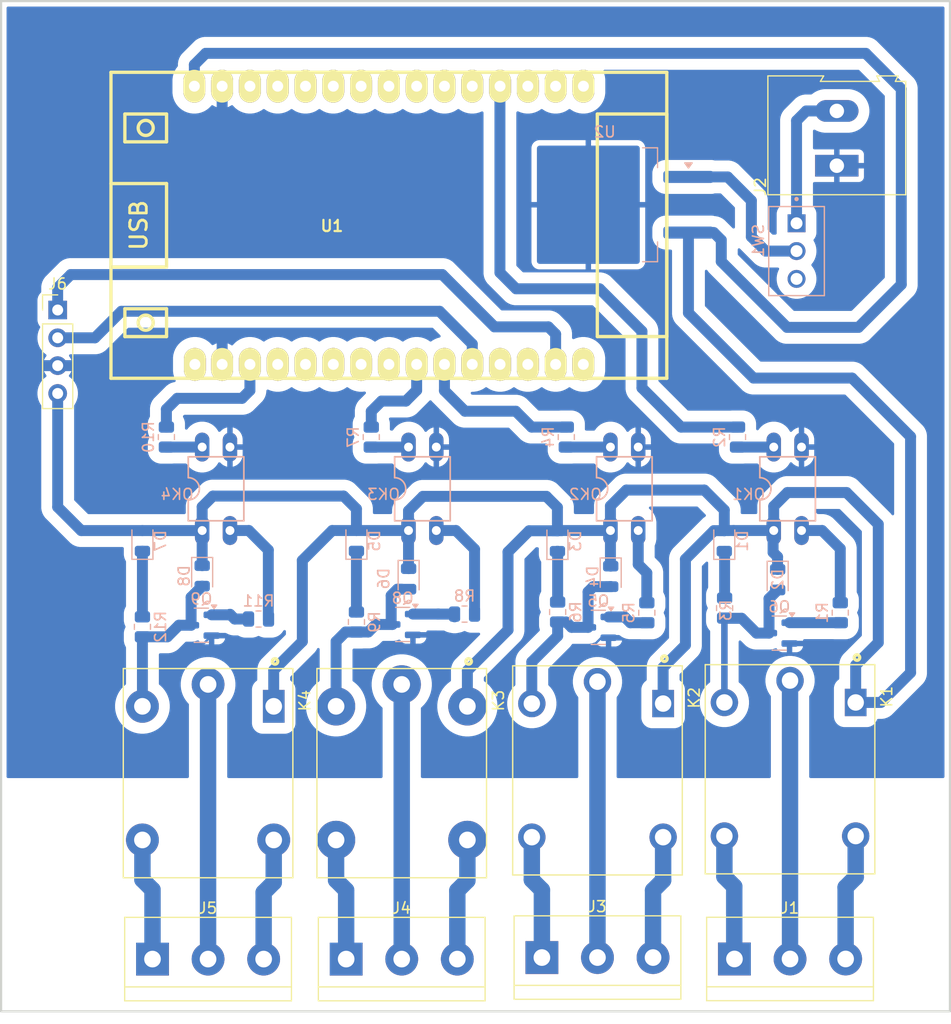
<source format=kicad_pcb>
(kicad_pcb (version 20241229) (generator "pcbnew") (generator_version "9.0")
  (layers (0 "F.Cu" signal) (2 "B.Cu" signal) (13 "F.Paste" user) (15 "B.Paste" user) (5 "F.SilkS" user "F.Silkscreen") (7 "B.SilkS" user "B.Silkscreen") (1 "F.Mask" user) (3 "B.Mask" user) (25 "Edge.Cuts" user))
  (net 0 "")
  (net 1 "+5V")
  (net 2 "COM")
  (net 3 "NO")
  (net 4 "NC")
  (net 5 "Net-(OK1-Pad1)")
  (net 6 "Net-(OK1-Pad3)")
  (net 7 "Net-(D1-K)")
  (net 8 "GND")
  (net 9 "INPUT")
  (net 10 "Net-(D2-A)")
  (net 11 "Net-(D7-K)")
  (net 12 "Net-(D8-A)")
  (net 13 "Net-(SW1A-B)")
  (net 14 "Net-(J2-Pin_2)")
  (net 15 "Net-(D3-K)")
  (net 16 "Net-(D4-A)")
  (net 17 "Net-(OK2-Pad3)")
  (net 18 "Net-(OK2-Pad1)")
  (net 19 "NC1")
  (net 20 "NO1")
  (net 21 "COM1")
  (net 22 "INPUT1")
  (net 23 "Net-(D5-K)")
  (net 24 "Net-(D6-A)")
  (net 25 "COM2")
  (net 26 "NC2")
  (net 27 "NO2")
  (net 28 "Net-(OK3-Pad1)")
  (net 29 "INPUT2")
  (net 30 "Net-(OK3-Pad3)")
  (net 31 "NO3")
  (net 32 "NC3")
  (net 33 "COM3")
  (net 34 "Net-(OK4-Pad1)")
  (net 35 "INPUT3")
  (net 36 "Net-(OK4-Pad3)")
  (net 37 "+3.3V")
  (net 58 "D22")
  (net 59 "D21")
  (net 60 "Net-(Q5-B)")
  (net 61 "Net-(Q6-B)")
  (net 62 "Net-(Q8-B)")
  (net 63 "Net-(Q9-B)")
  (footprint "Connector_PinHeader_2.54mm:PinHeader_1x04_P2.54mm_Vertical" (layer "F.Cu") (at 85.85 91.765)
    (property "Reference" "J6" (at 0 -2.38 0) (layer "F.SilkS"))
    (property "Value" "Conn_01x04")
    (pad "1" thru_hole rect (at 0 0) (size 1.7 1.7) (drill 1) (layers "*.Cu" "*.Mask") (net 58 "D22"))
    (pad "2" thru_hole circle (at 0 2.54) (size 1.7 1.7) (drill 1) (layers "*.Cu" "*.Mask") (net 59 "D21"))
    (pad "3" thru_hole circle (at 0 5.08) (size 1.7 1.7) (drill 1) (layers "*.Cu" "*.Mask") (net 8 "GND"))
    (pad "4" thru_hole circle (at 0 7.62) (size 1.7 1.7) (drill 1) (layers "*.Cu" "*.Mask") (net 1 "+5V"))
  )
  (footprint "TerminalBlock:TerminalBlock_bornier-3_P5.08mm" (layer "F.Cu") (at 112.215 151.03)
    (property "Reference" "J4" (at 5.05 -4.65 0) (layer "F.SilkS"))
    (property "Value" "Screw_Terminal_01x03")
    (pad "1" thru_hole rect (at 0 0) (size 3 3) (drill 1.52) (layers "*.Cu" "*.Mask") (net 27 "NO2"))
    (pad "2" thru_hole circle (at 5.08 0) (size 3 3) (drill 1.52) (layers "*.Cu" "*.Mask") (net 25 "COM2"))
    (pad "3" thru_hole circle (at 10.16 0) (size 3 3) (drill 1.52) (layers "*.Cu" "*.Mask") (net 26 "NC2"))
  )
  (footprint "SRD-05VDC-SL-C:RELAY_SRD-05VDC-SL-C" (layer "F.Cu") (at 135.185 133.8 -90)
    (property "Reference" "K2" (at -6.62563 -8.83584 90) (layer "F.SilkS") (effects (font (size 1.000094 1.000094))))
    (property "Value" "SRD-05VDC-SL-C")
    (pad "A1" thru_hole rect (at -6.1 -6 270) (size 2.5 1.98) (drill 1.5) (layers "*.Cu" "*.Mask") (net 1 "+5V"))
    (pad "A2" thru_hole circle (at -6.1 6 270) (size 2.5 2.5) (drill 1.5) (layers "*.Cu" "*.Mask") (net 16 "Net-(D4-A)"))
    (pad "COM" thru_hole circle (at -8.1 0 270) (size 2.5 2.5) (drill 1.5) (layers "*.Cu" "*.Mask") (net 21 "COM1"))
    (pad "NC" thru_hole circle (at 6.1 -6 270) (size 2.5 2.5) (drill 1.5) (layers "*.Cu" "*.Mask") (net 19 "NC1"))
    (pad "NO" thru_hole circle (at 6.1 6 270) (size 2.5 2.5) (drill 1.5) (layers "*.Cu" "*.Mask") (net 20 "NO1"))
  )
  (footprint "RELAY:RELAY_SRD-05VDC-SL-C" (layer "F.Cu") (at 117.295 134.0525 -90)
    (property "Reference" "K3" (at -6.62563 -8.83584 90) (layer "F.SilkS") (effects (font (size 1.000094 1.000094))))
    (property "Value" "SRD-05VDC-SL-C")
    (pad "A1" thru_hole circle (at -6.1 -6 270) (size 3.5 3.5) (drill 1.52) (layers "*.Cu" "*.Mask") (net 1 "+5V"))
    (pad "A2" thru_hole circle (at -6.1 6 270) (size 3.5 3.5) (drill 1.52) (layers "*.Cu" "*.Mask") (net 24 "Net-(D6-A)"))
    (pad "COM" thru_hole circle (at -8.1 0 270) (size 3.5 3.5) (drill 1.52) (layers "*.Cu" "*.Mask") (net 25 "COM2"))
    (pad "NC" thru_hole circle (at 6.1 -6 270) (size 3.5 3.5) (drill 1.52) (layers "*.Cu" "*.Mask") (net 26 "NC2"))
    (pad "NO" thru_hole circle (at 6.1 6 270) (size 3.5 3.5) (drill 1.52) (layers "*.Cu" "*.Mask") (net 27 "NO2"))
  )
  (footprint "SRD-05VDC-SL-C:RELAY_SRD-05VDC-SL-C" (layer "F.Cu") (at 152.785 133.69875 -90)
    (property "Reference" "K1" (at -6.62563 -8.83584 90) (layer "F.SilkS") (effects (font (size 1.000094 1.000094))))
    (property "Value" "SRD-05VDC-SL-C")
    (pad "A1" thru_hole rect (at -6.1 -6 270) (size 2.5 1.98) (drill 1.5) (layers "*.Cu" "*.Mask") (net 1 "+5V"))
    (pad "A2" thru_hole circle (at -6.1 6 270) (size 2.5 2.5) (drill 1.5) (layers "*.Cu" "*.Mask") (net 10 "Net-(D2-A)"))
    (pad "COM" thru_hole circle (at -8.1 0 270) (size 2.5 2.5) (drill 1.5) (layers "*.Cu" "*.Mask") (net 2 "COM"))
    (pad "NC" thru_hole circle (at 6.1 -6 270) (size 2.5 2.5) (drill 1.5) (layers "*.Cu" "*.Mask") (net 4 "NC"))
    (pad "NO" thru_hole circle (at 6.1 6 270) (size 2.5 2.5) (drill 1.5) (layers "*.Cu" "*.Mask") (net 3 "NO"))
  )
  (footprint "TerminalBlock:TerminalBlock_bornier-3_P5.08mm" (layer "F.Cu") (at 94.515 151.03)
    (property "Reference" "J5" (at 5.05 -4.65 0) (layer "F.SilkS"))
    (property "Value" "Screw_Terminal_01x03")
    (pad "1" thru_hole rect (at 0 0) (size 3 3) (drill 1.52) (layers "*.Cu" "*.Mask") (net 31 "NO3"))
    (pad "2" thru_hole circle (at 5.08 0) (size 3 3) (drill 1.52) (layers "*.Cu" "*.Mask") (net 33 "COM3"))
    (pad "3" thru_hole circle (at 10.16 0) (size 3 3) (drill 1.52) (layers "*.Cu" "*.Mask") (net 32 "NC3"))
  )
  (footprint "EESTN5:ESP32_DevKit_V1_CH9102X" (layer "F.Cu") (at 117.39 84.03 180)
    (property "Reference" "U1" (at 6.477 -0.0635 0) (layer "F.SilkS") (effects (font (size 1.016 1.016) (thickness 0.2032))))
    (property "Value" "~" (hide yes))
    (fp_text user "USB" (at 24.13 0 90) (layer "F.SilkS") (effects (font (size 1.524 1.524) (thickness 0.254))))
    (pad "1" thru_hole oval (at -16.51 12.7 180) (size 2 3) (drill 1) (layers "*.Cu" "*.Mask" "F.SilkS"))
    (pad "2" thru_hole oval (at -13.97 12.7 180) (size 2 3) (drill 1) (layers "*.Cu" "*.Mask" "F.SilkS"))
    (pad "3" thru_hole oval (at -11.43 12.7 180) (size 2 3) (drill 1) (layers "*.Cu" "*.Mask" "F.SilkS"))
    (pad "4" thru_hole oval (at -8.89 12.7 180) (size 2 3) (drill 1) (layers "*.Cu" "*.Mask" "F.SilkS") (net 9 "INPUT"))
    (pad "5" thru_hole oval (at -6.35 12.7 180) (size 2 3) (drill 1) (layers "*.Cu" "*.Mask" "F.SilkS"))
    (pad "6" thru_hole oval (at -3.81 12.7 180) (size 2 3) (drill 1) (layers "*.Cu" "*.Mask" "F.SilkS"))
    (pad "7" thru_hole oval (at -1.27 12.7 180) (size 2 3) (drill 1) (layers "*.Cu" "*.Mask" "F.SilkS"))
    (pad "8" thru_hole oval (at 1.27 12.7 180) (size 2 3) (drill 1) (layers "*.Cu" "*.Mask" "F.SilkS"))
    (pad "9" thru_hole oval (at 3.81 12.7 180) (size 2 3) (drill 1) (layers "*.Cu" "*.Mask" "F.SilkS"))
    (pad "10" thru_hole oval (at 6.35 12.7 180) (size 2 3) (drill 1) (layers "*.Cu" "*.Mask" "F.SilkS"))
    (pad "11" thru_hole oval (at 8.89 12.7 180) (size 2 3) (drill 1) (layers "*.Cu" "*.Mask" "F.SilkS"))
    (pad "12" thru_hole oval (at 11.43 12.7 180) (size 2 3) (drill 1) (layers "*.Cu" "*.Mask" "F.SilkS"))
    (pad "13" thru_hole oval (at 13.97 12.7 180) (size 2 3) (drill 1) (layers "*.Cu" "*.Mask" "F.SilkS"))
    (pad "14" thru_hole oval (at 16.51 12.7 180) (size 2 3) (drill 1) (layers "*.Cu" "*.Mask" "F.SilkS") (net 8 "GND"))
    (pad "15" thru_hole oval (at 19.05 12.7 180) (size 2 3) (drill 1) (layers "*.Cu" "*.Mask" "F.SilkS") (net 1 "+5V"))
    (pad "16" thru_hole oval (at -16.5 -12.7 180) (size 2 3) (drill 1) (layers "*.Cu" "*.Mask" "F.SilkS"))
    (pad "17" thru_hole oval (at -13.97 -12.7 180) (size 2 3) (drill 1) (layers "*.Cu" "*.Mask" "F.SilkS") (net 58 "D22"))
    (pad "18" thru_hole oval (at -11.43 -12.7 180) (size 2 3) (drill 1) (layers "*.Cu" "*.Mask" "F.SilkS"))
    (pad "19" thru_hole oval (at -8.89 -12.7 180) (size 2 3) (drill 1) (layers "*.Cu" "*.Mask" "F.SilkS"))
    (pad "20" thru_hole oval (at -6.35 -12.7 180) (size 2 3) (drill 1) (layers "*.Cu" "*.Mask" "F.SilkS") (net 59 "D21"))
    (pad "21" thru_hole oval (at -3.81 -12.7 180) (size 2 3) (drill 1) (layers "*.Cu" "*.Mask" "F.SilkS") (net 22 "INPUT1"))
    (pad "22" thru_hole oval (at -1.27 -12.7 180) (size 2 3) (drill 1) (layers "*.Cu" "*.Mask" "F.SilkS") (net 29 "INPUT2"))
    (pad "23" thru_hole oval (at 1.27 -12.7 180) (size 2 3) (drill 1) (layers "*.Cu" "*.Mask" "F.SilkS"))
    (pad "24" thru_hole oval (at 3.81 -12.7 180) (size 2 3) (drill 1) (layers "*.Cu" "*.Mask" "F.SilkS"))
    (pad "25" thru_hole oval (at 6.35 -12.7 180) (size 2 3) (drill 1) (layers "*.Cu" "*.Mask" "F.SilkS"))
    (pad "26" thru_hole oval (at 8.89 -12.7 180) (size 2 3) (drill 1) (layers "*.Cu" "*.Mask" "F.SilkS"))
    (pad "27" thru_hole oval (at 11.43 -12.7 180) (size 2 3) (drill 1) (layers "*.Cu" "*.Mask" "F.SilkS"))
    (pad "28" thru_hole oval (at 13.97 -12.7 180) (size 2 3) (drill 1) (layers "*.Cu" "*.Mask" "F.SilkS") (net 35 "INPUT3"))
    (pad "29" thru_hole oval (at 16.51 -12.7 180) (size 2 3) (drill 1) (layers "*.Cu" "*.Mask" "F.SilkS") (net 8 "GND"))
    (pad "30" thru_hole oval (at 19 -12.7 180) (size 2 3) (drill 1) (layers "*.Cu" "*.Mask" "F.SilkS") (net 37 "+3.3V"))
  )
  (footprint "TerminalBlock:TerminalBlock_bornier-3_P5.08mm" (layer "F.Cu") (at 147.705 151.02)
    (property "Reference" "J1" (at 5.05 -4.65 0) (layer "F.SilkS"))
    (property "Value" "Screw_Terminal_01x03")
    (pad "1" thru_hole rect (at 0 0) (size 3 3) (drill 1.52) (layers "*.Cu" "*.Mask") (net 3 "NO"))
    (pad "2" thru_hole circle (at 5.08 0) (size 3 3) (drill 1.52) (layers "*.Cu" "*.Mask") (net 2 "COM"))
    (pad "3" thru_hole circle (at 10.16 0) (size 3 3) (drill 1.52) (layers "*.Cu" "*.Mask") (net 4 "NC"))
  )
  (footprint "RELAY_SRD-05VDC-SL-C:RELAY_SRD-05VDC-SL-C" (layer "F.Cu") (at 99.595 134.0525 -90)
    (property "Reference" "K4" (at -6.62563 -8.83584 90) (layer "F.SilkS") (effects (font (size 1.000094 1.000094))))
    (property "Value" "SRD-05VDC-SL-C")
    (pad "A1" thru_hole rect (at -6.1 -6 270) (size 3 1.98) (drill 1.52) (layers "*.Cu" "*.Mask") (net 1 "+5V"))
    (pad "A2" thru_hole circle (at -6.1 6 270) (size 3 3) (drill 1.52) (layers "*.Cu" "*.Mask") (net 12 "Net-(D8-A)"))
    (pad "COM" thru_hole circle (at -8.1 0 270) (size 3 3) (drill 1.52) (layers "*.Cu" "*.Mask") (net 33 "COM3"))
    (pad "NC" thru_hole circle (at 6.1 -6 270) (size 3 3) (drill 1.52) (layers "*.Cu" "*.Mask") (net 32 "NC3"))
    (pad "NO" thru_hole circle (at 6.1 6 270) (size 3 3) (drill 1.52) (layers "*.Cu" "*.Mask") (net 31 "NO3"))
  )
  (footprint "TerminalBlock:TerminalBlock_bornier-3_P5.08mm" (layer "F.Cu") (at 130.105 150.89)
    (property "Reference" "J3" (at 5.05 -4.65 0) (layer "F.SilkS"))
    (property "Value" "Screw_Terminal_01x03")
    (pad "1" thru_hole rect (at 0 0) (size 3 3) (drill 1.52) (layers "*.Cu" "*.Mask") (net 20 "NO1"))
    (pad "2" thru_hole circle (at 5.08 0) (size 3 3) (drill 1.52) (layers "*.Cu" "*.Mask") (net 21 "COM1"))
    (pad "3" thru_hole circle (at 10.16 0) (size 3 3) (drill 1.52) (layers "*.Cu" "*.Mask") (net 19 "NC1"))
  )
  (footprint "TerminalBlock:TerminalBlock_Altech_AK300-2_P5.00mm" (layer "F.Cu") (at 157.06 78.59 90)
    (property "Reference" "J2" (at -1.92 -6.99 90) (layer "F.SilkS"))
    (property "Value" "ENTRADA")
    (pad "1" thru_hole rect (at 0 0 90) (size 1.98 3.96) (drill 1.32) (layers "*.Cu" "*.Mask") (net 8 "GND"))
    (pad "2" thru_hole oval (at 5 0 90) (size 1.98 3.96) (drill 1.32) (layers "*.Cu" "*.Mask") (net 14 "Net-(J2-Pin_2)"))
  )
  (footprint "LED_SMD:LED_0805_2012Metric" (layer "B.Cu") (at 131.525 112.86 90)
    (property "Reference" "D3" (at 0 1.65 90) (layer "B.SilkS") (effects (justify mirror)))
    (property "Value" "LED")
    (pad "1" smd roundrect (at -0.9375 0 90) (size 0.975 1.4) (layers "B.Cu" "B.Mask" "B.Paste") (net 15 "Net-(D3-K)"))
    (pad "2" smd roundrect (at 0.9375 0 90) (size 0.975 1.4) (layers "B.Cu" "B.Mask" "B.Paste") (net 1 "+5V"))
  )
  (footprint "Resistor_SMD:R_0805_2012Metric" (layer "B.Cu") (at 139.695 119.4075 -90)
    (property "Reference" "R5" (at 0 1.65 90) (layer "B.SilkS") (effects (justify mirror)))
    (property "Value" "1K")
    (pad "1" smd roundrect (at -0.9125 0 270) (size 1.025 1.4) (layers "B.Cu" "B.Mask" "B.Paste") (roundrect_rratio 0.243902) (net 17 "Net-(OK2-Pad3)"))
    (pad "2" smd roundrect (at 0.9125 0 270) (size 1.025 1.4) (layers "B.Cu" "B.Mask" "B.Paste") (roundrect_rratio 0.243902) (net 60 "Net-(Q5-B)"))
  )
  (footprint "DIL04:DIL04" (layer "B.Cu") (at 119.185 108.09)
    (property "Reference" "OK3" (at -3.55644 0.50807 0) (layer "B.SilkS") (effects (font (size 1.000126 1.000126)) (justify mirror)))
    (property "Value" "PC814")
    (pad "1" thru_hole oval (at -1.27 -3.81) (size 1.3208 2.6416) (drill 0.8128) (layers "*.Cu" "*.Mask") (net 28 "Net-(OK3-Pad1)"))
    (pad "2" thru_hole oval (at 1.27 -3.81) (size 1.3208 2.6416) (drill 0.8128) (layers "*.Cu" "*.Mask") (net 8 "GND"))
    (pad "3" thru_hole oval (at 1.27 3.81) (size 1.3208 2.6416) (drill 0.8128) (layers "*.Cu" "*.Mask") (net 30 "Net-(OK3-Pad3)"))
    (pad "4" thru_hole oval (at -1.27 3.81) (size 1.3208 2.6416) (drill 0.8128) (layers "*.Cu" "*.Mask") (net 1 "+5V"))
  )
  (footprint "Package_TO_SOT_SMD:TO-263-2" (layer "B.Cu") (at 135.85 82.155 180)
    (property "Reference" "U2" (at 0 6.65 0) (layer "B.SilkS") (effects (justify mirror)))
    (property "Value" "L7805")
    (pad "1" smd roundrect (at -7.65 2.54 180) (size 4.6 1.1) (layers "B.Cu" "B.Mask" "B.Paste") (roundrect_rratio 0.227273) (net 13 "Net-(SW1A-B)"))
    (pad "2" smd roundrect (at 1.5 0 180) (size 9.4 10.8) (layers "B.Cu" "B.Mask") (roundrect_rratio 0.026596) (net 8 "GND"))
    (pad "3" smd roundrect (at -7.65 -2.54 180) (size 4.6 1.1) (layers "B.Cu" "B.Mask" "B.Paste") (roundrect_rratio 0.227273) (net 1 "+5V"))
  )
  (footprint "Resistor_SMD:R_0805_2012Metric" (layer "B.Cu") (at 147.985 103.3675 -90)
    (property "Reference" "R2" (at 0 1.65 90) (layer "B.SilkS") (effects (justify mirror)))
    (property "Value" "220R")
    (pad "1" smd roundrect (at -0.9125 0 270) (size 1.025 1.4) (layers "B.Cu" "B.Mask" "B.Paste") (roundrect_rratio 0.243902) (net 9 "INPUT"))
    (pad "2" smd roundrect (at 0.9125 0 270) (size 1.025 1.4) (layers "B.Cu" "B.Mask" "B.Paste") (roundrect_rratio 0.243902) (net 5 "Net-(OK1-Pad1)"))
  )
  (footprint "Resistor_SMD:R_0805_2012Metric" (layer "B.Cu") (at 93.595 120.6925 90)
    (property "Reference" "R12" (at 0 1.65 90) (layer "B.SilkS") (effects (justify mirror)))
    (property "Value" "220R")
    (pad "1" smd roundrect (at -0.9125 0 90) (size 1.025 1.4) (layers "B.Cu" "B.Mask" "B.Paste") (roundrect_rratio 0.243902) (net 12 "Net-(D8-A)"))
    (pad "2" smd roundrect (at 0.9125 0 90) (size 1.025 1.4) (layers "B.Cu" "B.Mask" "B.Paste") (roundrect_rratio 0.243902) (net 11 "Net-(D7-K)"))
  )
  (footprint "DIL04:DIL04" (layer "B.Cu") (at 100.325 108.09)
    (property "Reference" "OK4" (at -3.55644 0.50807 0) (layer "B.SilkS") (effects (font (size 1.000126 1.000126)) (justify mirror)))
    (property "Value" "PC814")
    (pad "1" thru_hole oval (at -1.27 -3.81) (size 1.3208 2.6416) (drill 0.8128) (layers "*.Cu" "*.Mask") (net 34 "Net-(OK4-Pad1)"))
    (pad "2" thru_hole oval (at 1.27 -3.81) (size 1.3208 2.6416) (drill 0.8128) (layers "*.Cu" "*.Mask") (net 8 "GND"))
    (pad "3" thru_hole oval (at 1.27 3.81) (size 1.3208 2.6416) (drill 0.8128) (layers "*.Cu" "*.Mask") (net 36 "Net-(OK4-Pad3)"))
    (pad "4" thru_hole oval (at -1.27 3.81) (size 1.3208 2.6416) (drill 0.8128) (layers "*.Cu" "*.Mask") (net 1 "+5V"))
  )
  (footprint "Package_TO_SOT_SMD:SOT-23" (layer "B.Cu") (at 117.38 120.4775 180)
    (property "Reference" "Q8" (at 0 2.4 0) (layer "B.SilkS") (effects (justify mirror)))
    (property "Value" "MMBT2222A")
    (pad "1" smd roundrect (at -0.9375 0.95 180) (size 1.475 0.6) (layers "B.Cu" "B.Mask" "B.Paste") (net 62 "Net-(Q8-B)"))
    (pad "2" smd roundrect (at -0.9375 -0.95 180) (size 1.475 0.6) (layers "B.Cu" "B.Mask" "B.Paste") (net 8 "GND"))
    (pad "3" smd roundrect (at 0.9375 0 180) (size 1.475 0.6) (layers "B.Cu" "B.Mask" "B.Paste") (net 24 "Net-(D6-A)"))
  )
  (footprint "PC814:DIL04" (layer "B.Cu") (at 137.64 108.09)
    (property "Reference" "OK2" (at -3.55644 0.50807 0) (layer "B.SilkS") (effects (font (size 1.000126 1.000126)) (justify mirror)))
    (property "Value" "PC814")
    (pad "1" thru_hole oval (at -1.27 -3.81) (size 1.3208 2.6416) (drill 0.8128) (layers "*.Cu" "*.Mask") (net 18 "Net-(OK2-Pad1)"))
    (pad "2" thru_hole oval (at 1.27 -3.81) (size 1.3208 2.6416) (drill 0.8128) (layers "*.Cu" "*.Mask") (net 8 "GND"))
    (pad "3" thru_hole oval (at 1.27 3.81) (size 1.3208 2.6416) (drill 0.8128) (layers "*.Cu" "*.Mask") (net 17 "Net-(OK2-Pad3)"))
    (pad "4" thru_hole oval (at -1.27 3.81) (size 1.3208 2.6416) (drill 0.8128) (layers "*.Cu" "*.Mask") (net 1 "+5V"))
  )
  (footprint "Resistor_SMD:R_0805_2012Metric" (layer "B.Cu") (at 104.2075 119.98 180)
    (property "Reference" "R11" (at 0 1.65 0) (layer "B.SilkS") (effects (justify mirror)))
    (property "Value" "1K")
    (pad "1" smd roundrect (at -0.9125 0 180) (size 1.025 1.4) (layers "B.Cu" "B.Mask" "B.Paste") (roundrect_rratio 0.243902) (net 36 "Net-(OK4-Pad3)"))
    (pad "2" smd roundrect (at 0.9125 0 180) (size 1.025 1.4) (layers "B.Cu" "B.Mask" "B.Paste") (roundrect_rratio 0.243902) (net 63 "Net-(Q9-B)"))
  )
  (footprint "Package_TO_SOT_SMD:SOT-23" (layer "B.Cu") (at 98.98 120.5475 180)
    (property "Reference" "Q9" (at 0 2.4 0) (layer "B.SilkS") (effects (justify mirror)))
    (property "Value" "MMBT2222A")
    (pad "1" smd roundrect (at -0.9375 0.95 180) (size 1.475 0.6) (layers "B.Cu" "B.Mask" "B.Paste") (net 63 "Net-(Q9-B)"))
    (pad "2" smd roundrect (at -0.9375 -0.95 180) (size 1.475 0.6) (layers "B.Cu" "B.Mask" "B.Paste") (net 8 "GND"))
    (pad "3" smd roundrect (at 0.9375 0 180) (size 1.475 0.6) (layers "B.Cu" "B.Mask" "B.Paste") (net 12 "Net-(D8-A)"))
  )
  (footprint "Package_TO_SOT_SMD:SOT-23" (layer "B.Cu") (at 151.8025 121.265 180)
    (property "Reference" "Q6" (at 0 2.4 0) (layer "B.SilkS") (effects (justify mirror)))
    (property "Value" "MMBT2222A")
    (pad "1" smd roundrect (at -0.9375 0.95 180) (size 1.475 0.6) (layers "B.Cu" "B.Mask" "B.Paste") (net 61 "Net-(Q6-B)"))
    (pad "2" smd roundrect (at -0.9375 -0.95 180) (size 1.475 0.6) (layers "B.Cu" "B.Mask" "B.Paste") (net 8 "GND"))
    (pad "3" smd roundrect (at 0.9375 0 180) (size 1.475 0.6) (layers "B.Cu" "B.Mask" "B.Paste") (net 10 "Net-(D2-A)"))
  )
  (footprint "Resistor_SMD:R_0805_2012Metric" (layer "B.Cu") (at 157.375 119.4025 -90)
    (property "Reference" "R1" (at 0 1.65 90) (layer "B.SilkS") (effects (justify mirror)))
    (property "Value" "1K")
    (pad "1" smd roundrect (at -0.9125 0 270) (size 1.025 1.4) (layers "B.Cu" "B.Mask" "B.Paste") (roundrect_rratio 0.243902) (net 6 "Net-(OK1-Pad3)"))
    (pad "2" smd roundrect (at 0.9125 0 270) (size 1.025 1.4) (layers "B.Cu" "B.Mask" "B.Paste") (roundrect_rratio 0.243902) (net 61 "Net-(Q6-B)"))
  )
  (footprint "Resistor_SMD:R_0805_2012Metric" (layer "B.Cu") (at 113.155 120.2525 90)
    (property "Reference" "R9" (at 0 1.65 90) (layer "B.SilkS") (effects (justify mirror)))
    (property "Value" "220R")
    (pad "1" smd roundrect (at -0.9125 0 90) (size 1.025 1.4) (layers "B.Cu" "B.Mask" "B.Paste") (roundrect_rratio 0.243902) (net 24 "Net-(D6-A)"))
    (pad "2" smd roundrect (at 0.9125 0 90) (size 1.025 1.4) (layers "B.Cu" "B.Mask" "B.Paste") (roundrect_rratio 0.243902) (net 23 "Net-(D5-K)"))
  )
  (footprint "Resistor_SMD:R_0805_2012Metric" (layer "B.Cu") (at 114.51 103.3675 -90)
    (property "Reference" "R7" (at 0 1.65 90) (layer "B.SilkS") (effects (justify mirror)))
    (property "Value" "220R")
    (pad "1" smd roundrect (at -0.9125 0 270) (size 1.025 1.4) (layers "B.Cu" "B.Mask" "B.Paste") (roundrect_rratio 0.243902) (net 29 "INPUT2"))
    (pad "2" smd roundrect (at 0.9125 0 270) (size 1.025 1.4) (layers "B.Cu" "B.Mask" "B.Paste") (roundrect_rratio 0.243902) (net 28 "Net-(OK3-Pad1)"))
  )
  (footprint "LED_SMD:LED_0805_2012Metric" (layer "B.Cu") (at 93.595 112.8425 90)
    (property "Reference" "D7" (at 0 1.65 90) (layer "B.SilkS") (effects (justify mirror)))
    (property "Value" "LED")
    (pad "1" smd roundrect (at -0.9375 0 90) (size 0.975 1.4) (layers "B.Cu" "B.Mask" "B.Paste") (net 11 "Net-(D7-K)"))
    (pad "2" smd roundrect (at 0.9375 0 90) (size 0.975 1.4) (layers "B.Cu" "B.Mask" "B.Paste") (net 1 "+5V"))
  )
  (footprint "Diode_SMD:D_0805_2012Metric" (layer "B.Cu") (at 117.925 116.3175 -90)
    (property "Reference" "D6" (at -0.025 2.28 90) (layer "B.SilkS") (effects (justify mirror)))
    (property "Value" "1N4007")
    (pad "1" smd roundrect (at -0.9375 0 270) (size 0.975 1.4) (layers "B.Cu" "B.Mask" "B.Paste") (net 1 "+5V"))
    (pad "2" smd roundrect (at 0.9375 0 270) (size 0.975 1.4) (layers "B.Cu" "B.Mask" "B.Paste") (net 24 "Net-(D6-A)"))
  )
  (footprint "Diode_SMD:D_0805_2012Metric" (layer "B.Cu") (at 151.655 116.39 -90)
    (property "Reference" "D2" (at -0.02 0 90) (layer "B.SilkS") (effects (justify mirror)))
    (property "Value" "1N4007")
    (pad "1" smd roundrect (at -0.9375 0 270) (size 0.975 1.4) (layers "B.Cu" "B.Mask" "B.Paste") (net 1 "+5V"))
    (pad "2" smd roundrect (at 0.9375 0 270) (size 0.975 1.4) (layers "B.Cu" "B.Mask" "B.Paste") (net 10 "Net-(D2-A)"))
  )
  (footprint "LED_SMD:LED_0805_2012Metric" (layer "B.Cu") (at 113.155 112.8375 90)
    (property "Reference" "D5" (at 0 1.65 90) (layer "B.SilkS") (effects (justify mirror)))
    (property "Value" "LED")
    (pad "1" smd roundrect (at -0.9375 0 90) (size 0.975 1.4) (layers "B.Cu" "B.Mask" "B.Paste") (net 23 "Net-(D5-K)"))
    (pad "2" smd roundrect (at 0.9375 0 90) (size 0.975 1.4) (layers "B.Cu" "B.Mask" "B.Paste") (net 1 "+5V"))
  )
  (footprint "LED_SMD:LED_0805_2012Metric" (layer "B.Cu") (at 146.775 112.85 90)
    (property "Reference" "D1" (at 0 1.65 90) (layer "B.SilkS") (effects (justify mirror)))
    (property "Value" "LED")
    (pad "1" smd roundrect (at -0.9375 0 90) (size 0.975 1.4) (layers "B.Cu" "B.Mask" "B.Paste") (net 7 "Net-(D1-K)"))
    (pad "2" smd roundrect (at 0.9375 0 90) (size 0.975 1.4) (layers "B.Cu" "B.Mask" "B.Paste") (net 1 "+5V"))
  )
  (footprint "Resistor_SMD:R_0805_2012Metric" (layer "B.Cu") (at 95.785 103.3675 -90)
    (property "Reference" "R10" (at 0 1.65 90) (layer "B.SilkS") (effects (justify mirror)))
    (property "Value" "220R")
    (pad "1" smd roundrect (at -0.9125 0 270) (size 1.025 1.4) (layers "B.Cu" "B.Mask" "B.Paste") (roundrect_rratio 0.243902) (net 35 "INPUT3"))
    (pad "2" smd roundrect (at 0.9125 0 270) (size 1.025 1.4) (layers "B.Cu" "B.Mask" "B.Paste") (roundrect_rratio 0.243902) (net 34 "Net-(OK4-Pad1)"))
  )
  (footprint "Resistor_SMD:R_0805_2012Metric" (layer "B.Cu") (at 146.805 118.9825 90)
    (property "Reference" "R3" (at -0.2075 0.11 90) (layer "B.SilkS") (effects (justify mirror)))
    (property "Value" "220R")
    (pad "1" smd roundrect (at -0.9125 0 90) (size 1.025 1.4) (layers "B.Cu" "B.Mask" "B.Paste") (roundrect_rratio 0.243902) (net 10 "Net-(D2-A)"))
    (pad "2" smd roundrect (at 0.9125 0 90) (size 1.025 1.4) (layers "B.Cu" "B.Mask" "B.Paste") (roundrect_rratio 0.243902) (net 7 "Net-(D1-K)"))
  )
  (footprint "Diode_SMD:D_0805_2012Metric" (layer "B.Cu") (at 99.055 116.0425 -90)
    (property "Reference" "D8" (at 0 1.65 90) (layer "B.SilkS") (effects (justify mirror)))
    (property "Value" "1N4007")
    (pad "1" smd roundrect (at -0.9375 0 270) (size 0.975 1.4) (layers "B.Cu" "B.Mask" "B.Paste") (net 1 "+5V"))
    (pad "2" smd roundrect (at 0.9375 0 270) (size 0.975 1.4) (layers "B.Cu" "B.Mask" "B.Paste") (net 12 "Net-(D8-A)"))
  )
  (footprint "Diode_SMD:D_0805_2012Metric" (layer "B.Cu") (at 136.395 116.0875 -90)
    (property "Reference" "D4" (at 0 1.65 90) (layer "B.SilkS") (effects (justify mirror)))
    (property "Value" "1N4007")
    (pad "1" smd roundrect (at -0.9375 0 270) (size 0.975 1.4) (layers "B.Cu" "B.Mask" "B.Paste") (net 1 "+5V"))
    (pad "2" smd roundrect (at 0.9375 0 270) (size 0.975 1.4) (layers "B.Cu" "B.Mask" "B.Paste") (net 16 "Net-(D4-A)"))
  )
  (footprint "Resistor_SMD:R_0805_2012Metric" (layer "B.Cu") (at 132.335 103.3675 -90)
    (property "Reference" "R4" (at 0 1.65 90) (layer "B.SilkS") (effects (justify mirror)))
    (property "Value" "220R")
    (pad "1" smd roundrect (at -0.9125 0 270) (size 1.025 1.4) (layers "B.Cu" "B.Mask" "B.Paste") (roundrect_rratio 0.243902) (net 22 "INPUT1"))
    (pad "2" smd roundrect (at 0.9125 0 270) (size 1.025 1.4) (layers "B.Cu" "B.Mask" "B.Paste") (roundrect_rratio 0.243902) (net 18 "Net-(OK2-Pad1)"))
  )
  (footprint "Package_TO_SOT_SMD:SOT-23" (layer "B.Cu") (at 135.2625 120.74 180)
    (property "Reference" "Q5" (at 0 2.4 0) (layer "B.SilkS") (effects (justify mirror)))
    (property "Value" "MMBT2222A")
    (pad "1" smd roundrect (at -0.9375 0.95 180) (size 1.475 0.6) (layers "B.Cu" "B.Mask" "B.Paste") (net 60 "Net-(Q5-B)"))
    (pad "2" smd roundrect (at -0.9375 -0.95 180) (size 1.475 0.6) (layers "B.Cu" "B.Mask" "B.Paste") (net 8 "GND"))
    (pad "3" smd roundrect (at 0.9375 0 180) (size 1.475 0.6) (layers "B.Cu" "B.Mask" "B.Paste") (net 16 "Net-(D4-A)"))
  )
  (footprint "PC814:DIL04" (layer "B.Cu") (at 152.565 108.09)
    (property "Reference" "OK1" (at -3.55644 0.50807 0) (layer "B.SilkS") (effects (font (size 1.000126 1.000126)) (justify mirror)))
    (property "Value" "PC814")
    (pad "1" thru_hole oval (at -1.27 -3.81) (size 1.3208 2.6416) (drill 0.8128) (layers "*.Cu" "*.Mask") (net 5 "Net-(OK1-Pad1)"))
    (pad "2" thru_hole oval (at 1.27 -3.81) (size 1.3208 2.6416) (drill 0.8128) (layers "*.Cu" "*.Mask") (net 8 "GND"))
    (pad "3" thru_hole oval (at 1.27 3.81) (size 1.3208 2.6416) (drill 0.8128) (layers "*.Cu" "*.Mask") (net 6 "Net-(OK1-Pad3)"))
    (pad "4" thru_hole oval (at -1.27 3.81) (size 1.3208 2.6416) (drill 0.8128) (layers "*.Cu" "*.Mask") (net 1 "+5V"))
  )
  (footprint "Resistor_SMD:R_0805_2012Metric" (layer "B.Cu") (at 131.545 119.3425 90)
    (property "Reference" "R6" (at 0 1.65 90) (layer "B.SilkS") (effects (justify mirror)))
    (property "Value" "220R")
    (pad "1" smd roundrect (at -0.9125 0 90) (size 1.025 1.4) (layers "B.Cu" "B.Mask" "B.Paste") (roundrect_rratio 0.243902) (net 16 "Net-(D4-A)"))
    (pad "2" smd roundrect (at 0.9125 0 90) (size 1.025 1.4) (layers "B.Cu" "B.Mask" "B.Paste") (roundrect_rratio 0.243902) (net 15 "Net-(D3-K)"))
  )
  (footprint "2MS1T1B1M2QES:SW_2MS1T1B1M2QES-5" (layer "B.Cu") (at 153.38 86.385 -90)
    (property "Reference" "SW1" (at -0.9525 3.4925 90) (layer "B.SilkS") (effects (justify mirror)))
    (property "Value" "SW_DPST_x2")
    (pad "1" thru_hole rect (at -2.54 0 270) (size 1.635 1.635) (drill 1.09) (layers "*.Cu" "*.Mask") (net 14 "Net-(J2-Pin_2)"))
    (pad "2" thru_hole circle (at 0 0 270) (size 1.635 1.635) (drill 1.09) (layers "*.Cu" "*.Mask") (net 13 "Net-(SW1A-B)"))
    (pad "3" thru_hole circle (at 2.54 0 270) (size 1.635 1.635) (drill 1.09) (layers "*.Cu" "*.Mask"))
  )
  (footprint "Resistor_SMD:R_0805_2012Metric" (layer "B.Cu") (at 123.0375 119.53 180)
    (property "Reference" "R8" (at 0 1.65 0) (layer "B.SilkS") (effects (justify mirror)))
    (property "Value" "1K")
    (pad "1" smd roundrect (at -0.9125 0 180) (size 1.025 1.4) (layers "B.Cu" "B.Mask" "B.Paste") (roundrect_rratio 0.243902) (net 30 "Net-(OK3-Pad3)"))
    (pad "2" smd roundrect (at 0.9125 0 180) (size 1.025 1.4) (layers "B.Cu" "B.Mask" "B.Paste") (roundrect_rratio 0.243902) (net 62 "Net-(Q8-B)"))
  )
  (gr_rect (start 80.6775 63.56) (end 167.4 155.8) (stroke (width 0.2)) (fill no) (layer "Edge.Cuts"))
  (segment (start 161.08125 127.59875) (end 163.8 124.88) (width 1) (layer "B.Cu") (net 1))
  (segment (start 123.295 127.9525) (end 123.295 124.695) (width 1) (layer "B.Cu") (net 1))
  (segment (start 136.37 109.66) (end 136.37 111.9) (width 1) (layer "B.Cu") (net 1))
  (segment (start 146.5 87.34) (end 146.5 85.38) (width 1) (layer "B.Cu") (net 1))
  (segment (start 99.05 111.905) (end 99.055 111.9) (width 1) (layer "B.Cu") (net 1))
  (segment (start 99.38 68.33) (end 159.7 68.33) (width 1) (layer "B.Cu") (net 1))
  (segment (start 151.645 115.4425) (end 151.655 115.4525) (width 1) (layer "B.Cu") (net 1))
  (segment (start 117.915 110.1) (end 117.915 111.9) (width 1) (layer "B.Cu") (net 1))
  (segment (start 149.45 97.98) (end 143.5 92.03) (width 1) (layer "B.Cu") (net 1))
  (segment (start 131.525 109.795) (end 130.51 108.78) (width 1) (layer "B.Cu") (net 1))
  (segment (start 162.95 89.44) (end 159.04 93.35) (width 1) (layer "B.Cu") (net 1))
  (segment (start 146.775 110.03) (end 144.95 108.205) (width 1) (layer "B.Cu") (net 1))
  (segment (start 119.235 108.78) (end 117.915 110.1) (width 1) (layer "B.Cu") (net 1))
  (segment (start 141.185 127.7) (end 141.185 124.395) (width 1) (layer "B.Cu") (net 1))
  (segment (start 98.34 71.33) (end 98.34 69.37) (width 1) (layer "B.Cu") (net 1))
  (segment (start 152.51 93.35) (end 146.5 87.34) (width 1) (layer "B.Cu") (net 1))
  (segment (start 85.85 99.385) (end 85.85 109.755) (width 1) (layer "B.Cu") (net 1))
  (segment (start 128.9425 111.9225) (end 131.525 111.9225) (width 1) (layer "B.Cu") (net 1))
  (segment (start 163.8 103.33) (end 158.45 97.98) (width 1) (layer "B.Cu") (net 1))
  (segment (start 85.85 109.755) (end 88 111.905) (width 1) (layer "B.Cu") (net 1))
  (segment (start 100.035 108.755) (end 111.985 108.755) (width 1) (layer "B.Cu") (net 1))
  (segment (start 93.595 111.905) (end 99.05 111.905) (width 1) (layer "B.Cu") (net 1))
  (segment (start 158.45 97.98) (end 149.45 97.98) (width 1) (layer "B.Cu") (net 1))
  (segment (start 105.595 124.645) (end 108.21 122.03) (width 1) (layer "B.Cu") (net 1))
  (segment (start 136.37 111.9) (end 136.37 115.125) (width 1) (layer "B.Cu") (net 1))
  (segment (start 157.95 108.43) (end 160.85 111.33) (width 1) (layer "B.Cu") (net 1))
  (segment (start 158.785 124.195) (end 158.785 127.59875) (width 1) (layer "B.Cu") (net 1))
  (segment (start 160.85 111.33) (end 160.85 122.13) (width 1) (layer "B.Cu") (net 1))
  (segment (start 151.645 114.3) (end 151.645 115.4425) (width 1) (layer "B.Cu") (net 1))
  (segment (start 151.295 111.9) (end 151.235 111.96) (width 1) (layer "B.Cu") (net 1))
  (segment (start 151.295 111.9) (end 147.625 111.9) (width 1) (layer "B.Cu") (net 1))
  (segment (start 158.785 127.59875) (end 161.08125 127.59875) (width 1) (layer "B.Cu") (net 1))
  (segment (start 117.915 111.9) (end 113.155 111.9) (width 1) (layer "B.Cu") (net 1))
  (segment (start 146.5 85.38) (end 145.815 84.695) (width 1) (layer "B.Cu") (net 1))
  (segment (start 123.295 124.695) (end 127.01 120.98) (width 1) (layer "B.Cu") (net 1))
  (segment (start 151.295 111.9) (end 151.295 109.685) (width 1) (layer "B.Cu") (net 1))
  (segment (start 145.815 84.695) (end 143.5 84.695) (width 1) (layer "B.Cu") (net 1))
  (segment (start 159.04 93.35) (end 152.51 93.35) (width 1) (layer "B.Cu") (net 1))
  (segment (start 136.37 111.9) (end 131.5475 111.9) (width 1) (layer "B.Cu") (net 1))
  (segment (start 117.915 111.9) (end 117.915 115.37) (width 1) (layer "B.Cu") (net 1))
  (segment (start 108.21 122.03) (end 108.21 114.63) (width 1) (layer "B.Cu") (net 1))
  (segment (start 113.155 111.9) (end 113.155 109.925) (width 1) (layer "B.Cu") (net 1))
  (segment (start 130.51 108.78) (end 119.235 108.78) (width 1) (layer "B.Cu") (net 1))
  (segment (start 108.21 114.63) (end 110.94 111.9) (width 1) (layer "B.Cu") (net 1))
  (segment (start 99.055 115.105) (end 99.055 111.9) (width 1) (layer "B.Cu") (net 1))
  (segment (start 131.525 111.9225) (end 131.525 109.795) (width 1) (layer "B.Cu") (net 1))
  (segment (start 127.01 113.855) (end 128.9425 111.9225) (width 1) (layer "B.Cu") (net 1))
  (segment (start 163.8 124.88) (end 163.8 103.33) (width 1) (layer "B.Cu") (net 1))
  (segment (start 99.055 109.735) (end 100.035 108.755) (width 1) (layer "B.Cu") (net 1))
  (segment (start 162.95 71.58) (end 162.95 89.44) (width 1) (layer "B.Cu") (net 1))
  (segment (start 152.55 108.43) (end 157.95 108.43) (width 1) (layer "B.Cu") (net 1))
  (segment (start 147.625 111.9) (end 146.7875 111.9) (width 1) (layer "B.Cu") (net 1))
  (segment (start 141.185 124.395) (end 143.225 122.355) (width 1) (layer "B.Cu") (net 1))
  (segment (start 110.94 111.9) (end 113.155 111.9) (width 1) (layer "B.Cu") (net 1))
  (segment (start 146.775 111.9125) (end 146.775 110.03) (width 1) (layer "B.Cu") (net 1))
  (segment (start 117.915 115.37) (end 117.925 115.38) (width 1) (layer "B.Cu") (net 1))
  (segment (start 111.985 108.755) (end 113.155 109.925) (width 1) (layer "B.Cu") (net 1))
  (segment (start 117.915 111.9) (end 117.8425 111.9725) (width 1) (layer "B.Cu") (net 1))
  (segment (start 144.95 108.205) (end 137.825 108.205) (width 1) (layer "B.Cu") (net 1))
  (segment (start 131.5475 111.9) (end 131.525 111.9225) (width 1) (layer "B.Cu") (net 1))
  (segment (start 99.055 111.9) (end 99.055 109.735) (width 1) (layer "B.Cu") (net 1))
  (segment (start 143.225 122.355) (end 143.225 114.51685) (width 1) (layer "B.Cu") (net 1))
  (segment (start 88 111.905) (end 93.595 111.905) (width 1) (layer "B.Cu") (net 1))
  (segment (start 151.235 111.96) (end 151.235 113.89) (width 1) (layer "B.Cu") (net 1))
  (segment (start 105.595 127.9525) (end 105.595 124.645) (width 1) (layer "B.Cu") (net 1))
  (segment (start 151.235 113.89) (end 151.645 114.3) (width 1) (layer "B.Cu") (net 1))
  (segment (start 137.825 108.205) (end 136.37 109.66) (width 1) (layer "B.Cu") (net 1))
  (segment (start 146.7875 111.9) (end 146.775 111.9125) (width 1) (layer "B.Cu") (net 1))
  (segment (start 143.5 92.03) (end 143.5 84.695) (width 1) (layer "B.Cu") (net 1))
  (segment (start 127.01 120.98) (end 127.01 113.855) (width 1) (layer "B.Cu") (net 1))
  (segment (start 98.34 69.37) (end 99.38 68.33) (width 1) (layer "B.Cu") (net 1))
  (segment (start 145.82935 111.9125) (end 146.775 111.9125) (width 1) (layer "B.Cu") (net 1))
  (segment (start 159.7 68.33) (end 162.95 71.58) (width 1) (layer "B.Cu") (net 1))
  (segment (start 136.37 115.125) (end 136.395 115.15) (width 1) (layer "B.Cu") (net 1))
  (segment (start 143.225 114.51685) (end 145.82935 111.9125) (width 1) (layer "B.Cu") (net 1))
  (segment (start 160.85 122.13) (end 158.785 124.195) (width 1) (layer "B.Cu") (net 1))
  (segment (start 151.295 109.685) (end 152.55 108.43) (width 1) (layer "B.Cu") (net 1))
  (segment (start 152.785 125.59875) (end 152.785 151.02) (width 1.5) (layer "B.Cu") (net 2))
  (segment (start 147.685 144.405) (end 147.685 151) (width 1.5) (layer "B.Cu") (net 3))
  (segment (start 146.785 143.505) (end 147.685 144.405) (width 1.5) (layer "B.Cu") (net 3))
  (segment (start 147.685 151) (end 147.705 151.02) (width 1.5) (layer "B.Cu") (net 3))
  (segment (start 146.785 139.79875) (end 146.785 143.505) (width 1.5) (layer "B.Cu") (net 3))
  (segment (start 158.785 143.555) (end 157.865 144.475) (width 1.5) (layer "B.Cu") (net 4))
  (segment (start 158.785 139.79875) (end 158.785 143.555) (width 1.5) (layer "B.Cu") (net 4))
  (segment (start 157.865 144.475) (end 157.865 151.02) (width 1.5) (layer "B.Cu") (net 4))
  (segment (start 147.985 104.28) (end 151.295 104.28) (width 1) (layer "B.Cu") (net 5))
  (segment (start 155.715 111.9) (end 157.375 113.56) (width 1) (layer "B.Cu") (net 6))
  (segment (start 153.835 111.9) (end 155.715 111.9) (width 1) (layer "B.Cu") (net 6))
  (segment (start 157.375 113.56) (end 157.375 118.49) (width 1) (layer "B.Cu") (net 6))
  (segment (start 146.805 118.07) (end 146.805 113.8175) (width 1) (layer "B.Cu") (net 7))
  (segment (start 146.805 113.8175) (end 146.775 113.7875) (width 0.2) (layer "B.Cu") (net 7))
  (segment (start 100.88 94.15) (end 100.95 94.08) (width 0.2) (layer "B.Cu") (net 8))
  (segment (start 85.85 96.845) (end 83.49 96.845) (width 1) (layer "B.Cu") (net 8))
  (segment (start 85.85 96.845) (end 87.66 96.845) (width 1) (layer "B.Cu") (net 8))
  (segment (start 134.95 122.272284) (end 134.95 122.33) (width 0.2) (layer "B.Cu") (net 8))
  (segment (start 99.245 122.17) (end 98.77 122.17) (width 0.2) (layer "B.Cu") (net 8))
  (segment (start 100.88 71.33) (end 100.88 73.83) (width 1) (layer "B.Cu") (net 8))
  (segment (start 135.546142 121.676142) (end 134.95 122.272284) (width 0.2) (layer "B.Cu") (net 8))
  (segment (start 87.66 96.845) (end 87.725 96.78) (width 1) (layer "B.Cu") (net 8))
  (segment (start 100.88 96.73) (end 100.88 94.15) (width 1) (layer "B.Cu") (net 8))
  (segment (start 135.56 121.69) (end 135.546142 121.676142) (width 0.2) (layer "B.Cu") (net 8))
  (segment (start 136.2 121.69) (end 135.56 121.69) (width 0.2) (layer "B.Cu") (net 8))
  (segment (start 99.9175 121.4975) (end 99.245 122.17) (width 0.2) (layer "B.Cu") (net 8))
  (segment (start 83.49 96.845) (end 83.45 96.805) (width 1) (layer "B.Cu") (net 8))
  (segment (start 135.375 89.83) (end 127.75 89.83) (width 1) (layer "B.Cu") (net 9))
  (segment (start 142.825 102.455) (end 139.25 98.88) (width 1) (layer "B.Cu") (net 9))
  (segment (start 126.27 71.34) (end 126.28 71.33) (width 1) (layer "B.Cu") (net 9))
  (segment (start 147.985 102.455) (end 142.825 102.455) (width 1) (layer "B.Cu") (net 9))
  (segment (start 139.25 93.705) (end 135.375 89.83) (width 1) (layer "B.Cu") (net 9))
  (segment (start 126.27 88.35) (end 126.27 71.34) (width 1) (layer "B.Cu") (net 9))
  (segment (start 127.75 89.83) (end 126.27 88.35) (width 1) (layer "B.Cu") (net 9))
  (segment (start 139.25 98.88) (end 139.25 93.705) (width 1) (layer "B.Cu") (net 9))
  (segment (start 149.715 121.265) (end 150.865 121.265) (width 1) (layer "B.Cu") (net 10))
  (segment (start 146.785 127.59875) (end 146.785 119.915) (width 0.6) (layer "B.Cu") (net 10))
  (segment (start 146.785 119.915) (end 148.365 119.915) (width 1) (layer "B.Cu") (net 10))
  (segment (start 148.365 119.915) (end 149.715 121.265) (width 1) (layer "B.Cu") (net 10))
  (segment (start 150.865 118.1175) (end 150.865 121.265) (width 1) (layer "B.Cu") (net 10))
  (segment (start 151.655 117.3275) (end 150.865 118.1175) (width 1) (layer "B.Cu") (net 10))
  (segment (start 146.785 119.915) (end 146.805 119.895) (width 0.2) (layer "B.Cu") (net 10))
  (segment (start 93.595 119.78) (end 93.595 113.78) (width 1) (layer "B.Cu") (net 11))
  (segment (start 96.9275 120.5475) (end 98.0425 120.5475) (width 1) (layer "B.Cu") (net 12))
  (segment (start 93.595 127.9525) (end 93.595 121.605) (width 1) (layer "B.Cu") (net 12))
  (segment (start 98.0425 117.9925) (end 98.0425 120.5475) (width 1) (layer "B.Cu") (net 12))
  (segment (start 99.055 116.98) (end 98.0425 117.9925) (width 1) (layer "B.Cu") (net 12))
  (segment (start 95.87 121.605) (end 96.9275 120.5475) (width 1) (layer "B.Cu") (net 12))
  (segment (start 93.595 121.605) (end 95.87 121.605) (width 1) (layer "B.Cu") (net 12))
  (segment (start 147.085 79.615) (end 149.25 81.78) (width 1) (layer "B.Cu") (net 13))
  (segment (start 150.555 86.385) (end 153.38 86.385) (width 1) (layer "B.Cu") (net 13))
  (segment (start 149.25 81.78) (end 149.25 85.08) (width 1) (layer "B.Cu") (net 13))
  (segment (start 143.5 79.615) (end 147.085 79.615) (width 1) (layer "B.Cu") (net 13))
  (segment (start 149.25 85.08) (end 150.555 86.385) (width 1) (layer "B.Cu") (net 13))
  (segment (start 153.38 74.48) (end 153.38 83.845) (width 1) (layer "B.Cu") (net 14))
  (segment (start 157.06 73.59) (end 154.27 73.59) (width 1) (layer "B.Cu") (net 14))
  (segment (start 154.27 73.59) (end 153.38 74.48) (width 1) (layer "B.Cu") (net 14))
  (segment (start 131.545 118.43) (end 131.545 113.8175) (width 1) (layer "B.Cu") (net 15))
  (segment (start 131.545 113.8175) (end 131.525 113.7975) (width 1) (layer "B.Cu") (net 15))
  (segment (start 129.185 124.28) (end 129.185 127.7) (width 1) (layer "B.Cu") (net 16))
  (segment (start 136.395 117.025) (end 136.38 117.01) (width 1) (layer "B.Cu") (net 16))
  (segment (start 129.185 124.28) (end 129.185 123.89) (width 1) (layer "B.Cu") (net 16))
  (segment (start 132.82 120.74) (end 134.325 120.74) (width 1) (layer "B.Cu") (net 16))
  (segment (start 134.325 117.5) (end 134.325 120.74) (width 1) (layer "B.Cu") (net 16))
  (segment (start 134.8 117.025) (end 136.395 117.025) (width 1) (layer "B.Cu") (net 16))
  (segment (start 131.545 120.255) (end 132.335 120.255) (width 1) (layer "B.Cu") (net 16))
  (segment (start 134.8 117.025) (end 134.325 117.5) (width 1) (layer "B.Cu") (net 16))
  (segment (start 129.185 123.89) (end 131.545 121.53) (width 1) (layer "B.Cu") (net 16))
  (segment (start 131.545 121.53) (end 131.545 120.255) (width 1) (layer "B.Cu") (net 16))
  (segment (start 132.335 120.255) (end 132.82 120.74) (width 1) (layer "B.Cu") (net 16))
  (segment (start 138.91 111.9) (end 138.91 114.99) (width 1) (layer "B.Cu") (net 17))
  (segment (start 138.91 114.99) (end 139.695 115.775) (width 1) (layer "B.Cu") (net 17))
  (segment (start 139.695 115.775) (end 139.695 118.495) (width 1) (layer "B.Cu") (net 17))
  (segment (start 138.91 112.145) (end 138.85 112.205) (width 1) (layer "B.Cu") (net 17))
  (segment (start 132.335 104.28) (end 136.37 104.28) (width 1) (layer "B.Cu") (net 18))
  (segment (start 140.265 144.755) (end 141.185 143.835) (width 1.5) (layer "B.Cu") (net 19))
  (segment (start 141.185 143.835) (end 141.185 139.9) (width 1.5) (layer "B.Cu") (net 19))
  (segment (start 140.265 150.89) (end 140.265 144.755) (width 1.5) (layer "B.Cu") (net 19))
  (segment (start 129.185 139.9) (end 129.185 143.795) (width 1.5) (layer "B.Cu") (net 20))
  (segment (start 129.185 143.795) (end 130.105 144.715) (width 1.5) (layer "B.Cu") (net 20))
  (segment (start 130.105 144.715) (end 130.105 150.89) (width 1.5) (layer "B.Cu") (net 20))
  (segment (start 135.185 150.89) (end 135.185 125.7) (width 1.5) (layer "B.Cu") (net 21))
  (segment (start 121.2 99.13) (end 121.2 96.73) (width 1) (layer "B.Cu") (net 22))
  (segment (start 132.335 102.455) (end 129.165 102.455) (width 1) (layer "B.Cu") (net 22))
  (segment (start 123.075 101.005) (end 121.2 99.13) (width 1) (layer "B.Cu") (net 22))
  (segment (start 129.165 102.455) (end 127.715 101.005) (width 1) (layer "B.Cu") (net 22))
  (segment (start 127.715 101.005) (end 123.075 101.005) (width 1) (layer "B.Cu") (net 22))
  (segment (start 113.155 119.34) (end 113.155 113.8475) (width 1) (layer "B.Cu") (net 23))
  (segment (start 116.329 120.364) (end 116.329 117.836) (width 1) (layer "B.Cu") (net 24))
  (segment (start 114.24 121.165) (end 114.9275 120.4775) (width 1) (layer "B.Cu") (net 24))
  (segment (start 116.45 117.715) (end 116.91 117.255) (width 1) (layer "B.Cu") (net 24))
  (segment (start 114.9275 120.4775) (end 116.4425 120.4775) (width 1) (layer "B.Cu") (net 24))
  (segment (start 111.295 127.9525) (end 111.295 122.035) (width 1) (layer "B.Cu") (net 24))
  (segment (start 116.91 117.255) (end 117.325 117.255) (width 1) (layer "B.Cu") (net 24))
  (segment (start 112.165 121.165) (end 114.24 121.165) (width 1) (layer "B.Cu") (net 24))
  (segment (start 116.329 117.836) (end 116.91 117.255) (width 1) (layer "B.Cu") (net 24))
  (segment (start 116.4425 120.4775) (end 116.329 120.364) (width 1) (layer "B.Cu") (net 24))
  (segment (start 111.295 122.035) (end 112.165 121.165) (width 1) (layer "B.Cu") (net 24))
  (segment (start 117.295 125.9525) (end 117.295 151.03) (width 1.5) (layer "B.Cu") (net 25))
  (segment (start 116.975 150.67) (end 117.485 151.18) (width 1) (layer "B.Cu") (net 25))
  (segment (start 123.295 143.86) (end 122.375 144.78) (width 1.5) (layer "B.Cu") (net 26))
  (segment (start 123.295 140.1525) (end 123.295 143.86) (width 1.5) (layer "B.Cu") (net 26))
  (segment (start 122.375 144.78) (end 122.375 151.03) (width 1.5) (layer "B.Cu") (net 26))
  (segment (start 112.215 144.745) (end 112.215 151.03) (width 1.5) (layer "B.Cu") (net 27))
  (segment (start 111.295 143.825) (end 112.215 144.745) (width 1.5) (layer "B.Cu") (net 27))
  (segment (start 111.295 140.1525) (end 111.295 143.825) (width 1.5) (layer "B.Cu") (net 27))
  (segment (start 114.51 104.28) (end 117.915 104.28) (width 1) (layer "B.Cu") (net 28))
  (segment (start 115.45 100.08) (end 117.675 100.08) (width 1) (layer "B.Cu") (net 29))
  (segment (start 117.675 100.08) (end 118.66 99.095) (width 1) (layer "B.Cu") (net 29))
  (segment (start 114.51 102.455) (end 114.51 101.02) (width 1) (layer "B.Cu") (net 29))
  (segment (start 118.66 99.095) (end 118.66 96.73) (width 1) (layer "B.Cu") (net 29))
  (segment (start 114.51 101.02) (end 115.45 100.08) (width 1) (layer "B.Cu") (net 29))
  (segment (start 120.455 111.9) (end 122.245 111.9) (width 1) (layer "B.Cu") (net 30))
  (segment (start 123.95 113.605) (end 123.95 119.53) (width 1) (layer "B.Cu") (net 30))
  (segment (start 120.455 111.75) (end 120.455 111.9) (width 1) (layer "B.Cu") (net 30))
  (segment (start 122.245 111.9) (end 123.95 113.605) (width 1) (layer "B.Cu") (net 30))
  (segment (start 94.515 144.7) (end 94.515 151.03) (width 1.5) (layer "B.Cu") (net 31))
  (segment (start 93.595 140.1525) (end 93.595 143.78) (width 1.5) (layer "B.Cu") (net 31))
  (segment (start 93.595 143.78) (end 94.515 144.7) (width 1.5) (layer "B.Cu") (net 31))
  (segment (start 105.595 144.03) (end 104.675 144.95) (width 1.5) (layer "B.Cu") (net 32))
  (segment (start 104.675 144.95) (end 104.675 151.03) (width 1.5) (layer "B.Cu") (net 32))
  (segment (start 105.595 140.1525) (end 105.595 144.03) (width 1.5) (layer "B.Cu") (net 32))
  (segment (start 99.595 125.9525) (end 99.595 151.03) (width 1.5) (layer "B.Cu") (net 33))
  (segment (start 99.055 104.28) (end 95.785 104.28) (width 1) (layer "B.Cu") (net 34))
  (segment (start 95.785 100.825) (end 96.78 99.83) (width 1) (layer "B.Cu") (net 35))
  (segment (start 103.42 99.11) (end 103.42 96.73) (width 1) (layer "B.Cu") (net 35))
  (segment (start 95.785 102.455) (end 95.785 100.825) (width 1) (layer "B.Cu") (net 35))
  (segment (start 96.78 99.83) (end 102.7 99.83) (width 1) (layer "B.Cu") (net 35))
  (segment (start 102.7 99.83) (end 103.42 99.11) (width 1) (layer "B.Cu") (net 35))
  (segment (start 105.1 113.68) (end 105.1 119.96) (width 1) (layer "B.Cu") (net 36))
  (segment (start 101.595 111.9) (end 103.32 111.9) (width 1) (layer "B.Cu") (net 36))
  (segment (start 105.1 119.96) (end 105.12 119.98) (width 1) (layer "B.Cu") (net 36))
  (segment (start 103.32 111.9) (end 105.1 113.68) (width 1) (layer "B.Cu") (net 36))
  (segment (start 131.36 93.965) (end 130.7 93.305) (width 1) (layer "B.Cu") (net 58))
  (segment (start 131.36 96.73) (end 131.36 93.965) (width 1) (layer "B.Cu") (net 58))
  (segment (start 125.775 93.305) (end 121 88.53) (width 1) (layer "B.Cu") (net 58))
  (segment (start 130.7 93.305) (end 125.775 93.305) (width 1) (layer "B.Cu") (net 58))
  (segment (start 85.85 89.73) (end 85.85 91.765) (width 1) (layer "B.Cu") (net 58))
  (segment (start 121 88.53) (end 87.05 88.53) (width 1) (layer "B.Cu") (net 58))
  (segment (start 87.05 88.53) (end 85.85 89.73) (width 1) (layer "B.Cu") (net 58))
  (segment (start 91.675 91.88) (end 120.75 91.88) (width 1) (layer "B.Cu") (net 59))
  (segment (start 85.85 94.305) (end 89.25 94.305) (width 1) (layer "B.Cu") (net 59))
  (segment (start 120.75 91.88) (end 123.74 94.87) (width 1) (layer "B.Cu") (net 59))
  (segment (start 89.25 94.305) (end 91.675 91.88) (width 1) (layer "B.Cu") (net 59))
  (segment (start 123.74 94.87) (end 123.74 96.73) (width 1) (layer "B.Cu") (net 59))
  (segment (start 136.2 119.79) (end 137.66 119.79) (width 1) (layer "B.Cu") (net 60))
  (segment (start 137.66 119.79) (end 138.19 120.32) (width 1) (layer "B.Cu") (net 60))
  (segment (start 138.19 120.32) (end 139.695 120.32) (width 1) (layer "B.Cu") (net 60))
  (segment (start 157.375 120.315) (end 152.74 120.315) (width 1) (layer "B.Cu") (net 61))
  (segment (start 120.6275 119.5275) (end 118.3175 119.5275) (width 1) (layer "B.Cu") (net 62))
  (segment (start 122.125 119.53) (end 122.125 119.78) (width 1) (layer "B.Cu") (net 62))
  (segment (start 120.63 119.53) (end 120.6275 119.5275) (width 1) (layer "B.Cu") (net 62))
  (segment (start 120.63 119.53) (end 122.125 119.53) (width 1) (layer "B.Cu") (net 62))
  (segment (start 102.03 119.98) (end 101.6 119.55) (width 1) (layer "B.Cu") (net 63))
  (segment (start 103.295 119.98) (end 102.03 119.98) (width 1) (layer "B.Cu") (net 63))
  (segment (start 101.5525 119.5975) (end 99.9175 119.5975) (width 1) (layer "B.Cu") (net 63))
  (segment (start 101.6 119.55) (end 101.5525 119.5975) (width 1) (layer "B.Cu") (net 63))
  (zone (net 8) (net_name "GND") (layer "B.Cu") (connect_pads (clearance 1)) (min_thickness 0.25) (fill yes (thermal_gap 0.5) (thermal_bridge_width 0.5))
    (polygon (pts (xy 80.627159 63.707603) (xy 167.112766 63.64122) (xy 167.332389 134.505) (xy 80.590982 134.505)))
  )
)
</source>
